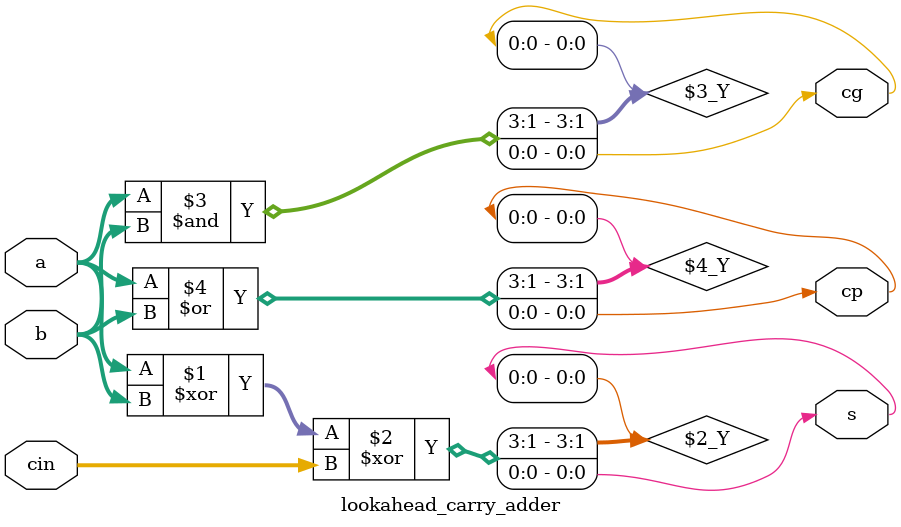
<source format=v>
module lookahead_carry_adder(a,b,cin,s,cg,cp);

input [3:0]a;
input [3:0]b;
input [3:0]cin;

output s,cg,cp;

assign s = a^b^cin;
assign cg = a&b;
assign cp = a|b;

endmodule

</source>
